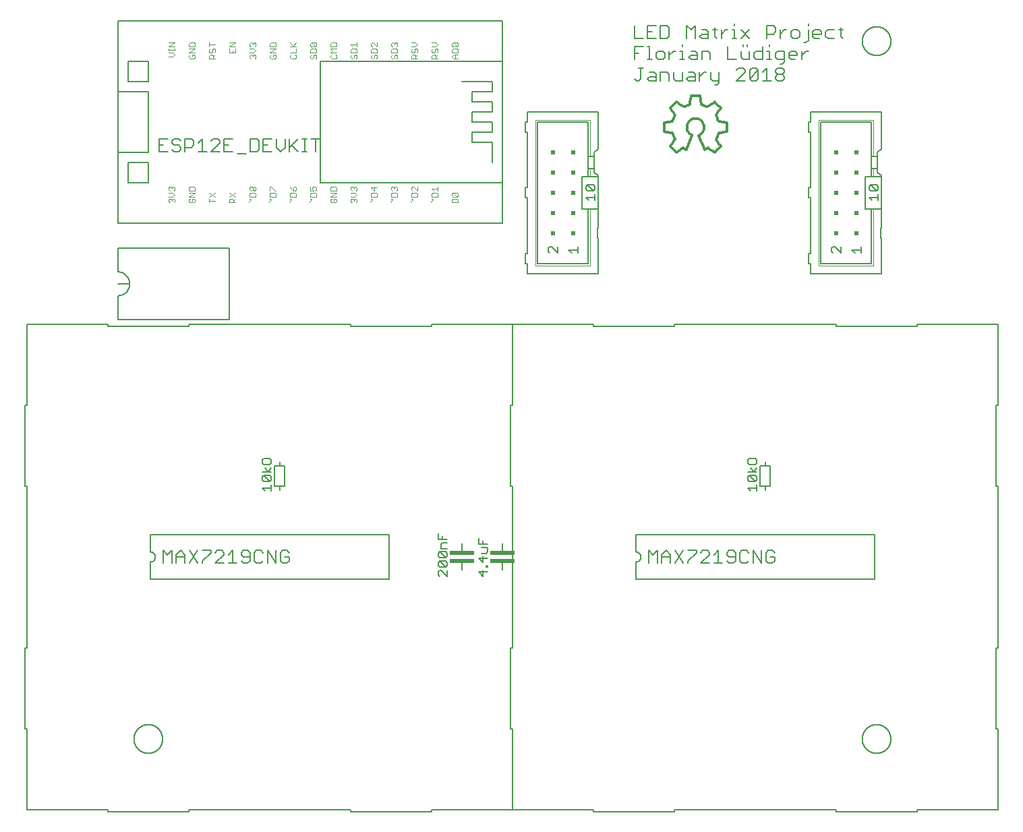
<source format=gto>
G75*
%MOIN*%
%OFA0B0*%
%FSLAX25Y25*%
%IPPOS*%
%LPD*%
%AMOC8*
5,1,8,0,0,1.08239X$1,22.5*
%
%ADD10C,0.00600*%
%ADD11C,0.01200*%
%ADD12C,0.00004*%
%ADD13C,0.00700*%
%ADD14C,0.00500*%
%ADD15C,0.00200*%
%ADD16R,0.02000X0.02000*%
%ADD17C,0.00800*%
%ADD18C,0.00300*%
%ADD19R,0.12000X0.02000*%
D10*
X0055179Y0040000D02*
X0055181Y0040174D01*
X0055188Y0040347D01*
X0055198Y0040520D01*
X0055213Y0040693D01*
X0055232Y0040866D01*
X0055256Y0041038D01*
X0055283Y0041209D01*
X0055315Y0041379D01*
X0055351Y0041549D01*
X0055391Y0041718D01*
X0055435Y0041886D01*
X0055483Y0042053D01*
X0055536Y0042218D01*
X0055592Y0042382D01*
X0055653Y0042545D01*
X0055717Y0042706D01*
X0055786Y0042865D01*
X0055858Y0043023D01*
X0055934Y0043179D01*
X0056014Y0043333D01*
X0056098Y0043485D01*
X0056185Y0043635D01*
X0056276Y0043783D01*
X0056371Y0043928D01*
X0056469Y0044072D01*
X0056571Y0044212D01*
X0056676Y0044350D01*
X0056784Y0044486D01*
X0056896Y0044619D01*
X0057011Y0044749D01*
X0057129Y0044876D01*
X0057250Y0045000D01*
X0057374Y0045121D01*
X0057501Y0045239D01*
X0057631Y0045354D01*
X0057764Y0045466D01*
X0057900Y0045574D01*
X0058038Y0045679D01*
X0058178Y0045781D01*
X0058322Y0045879D01*
X0058467Y0045974D01*
X0058615Y0046065D01*
X0058765Y0046152D01*
X0058917Y0046236D01*
X0059071Y0046316D01*
X0059227Y0046392D01*
X0059385Y0046464D01*
X0059544Y0046533D01*
X0059705Y0046597D01*
X0059868Y0046658D01*
X0060032Y0046714D01*
X0060197Y0046767D01*
X0060364Y0046815D01*
X0060532Y0046859D01*
X0060701Y0046899D01*
X0060871Y0046935D01*
X0061041Y0046967D01*
X0061212Y0046994D01*
X0061384Y0047018D01*
X0061557Y0047037D01*
X0061730Y0047052D01*
X0061903Y0047062D01*
X0062076Y0047069D01*
X0062250Y0047071D01*
X0062424Y0047069D01*
X0062597Y0047062D01*
X0062770Y0047052D01*
X0062943Y0047037D01*
X0063116Y0047018D01*
X0063288Y0046994D01*
X0063459Y0046967D01*
X0063629Y0046935D01*
X0063799Y0046899D01*
X0063968Y0046859D01*
X0064136Y0046815D01*
X0064303Y0046767D01*
X0064468Y0046714D01*
X0064632Y0046658D01*
X0064795Y0046597D01*
X0064956Y0046533D01*
X0065115Y0046464D01*
X0065273Y0046392D01*
X0065429Y0046316D01*
X0065583Y0046236D01*
X0065735Y0046152D01*
X0065885Y0046065D01*
X0066033Y0045974D01*
X0066178Y0045879D01*
X0066322Y0045781D01*
X0066462Y0045679D01*
X0066600Y0045574D01*
X0066736Y0045466D01*
X0066869Y0045354D01*
X0066999Y0045239D01*
X0067126Y0045121D01*
X0067250Y0045000D01*
X0067371Y0044876D01*
X0067489Y0044749D01*
X0067604Y0044619D01*
X0067716Y0044486D01*
X0067824Y0044350D01*
X0067929Y0044212D01*
X0068031Y0044072D01*
X0068129Y0043928D01*
X0068224Y0043783D01*
X0068315Y0043635D01*
X0068402Y0043485D01*
X0068486Y0043333D01*
X0068566Y0043179D01*
X0068642Y0043023D01*
X0068714Y0042865D01*
X0068783Y0042706D01*
X0068847Y0042545D01*
X0068908Y0042382D01*
X0068964Y0042218D01*
X0069017Y0042053D01*
X0069065Y0041886D01*
X0069109Y0041718D01*
X0069149Y0041549D01*
X0069185Y0041379D01*
X0069217Y0041209D01*
X0069244Y0041038D01*
X0069268Y0040866D01*
X0069287Y0040693D01*
X0069302Y0040520D01*
X0069312Y0040347D01*
X0069319Y0040174D01*
X0069321Y0040000D01*
X0069319Y0039826D01*
X0069312Y0039653D01*
X0069302Y0039480D01*
X0069287Y0039307D01*
X0069268Y0039134D01*
X0069244Y0038962D01*
X0069217Y0038791D01*
X0069185Y0038621D01*
X0069149Y0038451D01*
X0069109Y0038282D01*
X0069065Y0038114D01*
X0069017Y0037947D01*
X0068964Y0037782D01*
X0068908Y0037618D01*
X0068847Y0037455D01*
X0068783Y0037294D01*
X0068714Y0037135D01*
X0068642Y0036977D01*
X0068566Y0036821D01*
X0068486Y0036667D01*
X0068402Y0036515D01*
X0068315Y0036365D01*
X0068224Y0036217D01*
X0068129Y0036072D01*
X0068031Y0035928D01*
X0067929Y0035788D01*
X0067824Y0035650D01*
X0067716Y0035514D01*
X0067604Y0035381D01*
X0067489Y0035251D01*
X0067371Y0035124D01*
X0067250Y0035000D01*
X0067126Y0034879D01*
X0066999Y0034761D01*
X0066869Y0034646D01*
X0066736Y0034534D01*
X0066600Y0034426D01*
X0066462Y0034321D01*
X0066322Y0034219D01*
X0066178Y0034121D01*
X0066033Y0034026D01*
X0065885Y0033935D01*
X0065735Y0033848D01*
X0065583Y0033764D01*
X0065429Y0033684D01*
X0065273Y0033608D01*
X0065115Y0033536D01*
X0064956Y0033467D01*
X0064795Y0033403D01*
X0064632Y0033342D01*
X0064468Y0033286D01*
X0064303Y0033233D01*
X0064136Y0033185D01*
X0063968Y0033141D01*
X0063799Y0033101D01*
X0063629Y0033065D01*
X0063459Y0033033D01*
X0063288Y0033006D01*
X0063116Y0032982D01*
X0062943Y0032963D01*
X0062770Y0032948D01*
X0062597Y0032938D01*
X0062424Y0032931D01*
X0062250Y0032929D01*
X0062076Y0032931D01*
X0061903Y0032938D01*
X0061730Y0032948D01*
X0061557Y0032963D01*
X0061384Y0032982D01*
X0061212Y0033006D01*
X0061041Y0033033D01*
X0060871Y0033065D01*
X0060701Y0033101D01*
X0060532Y0033141D01*
X0060364Y0033185D01*
X0060197Y0033233D01*
X0060032Y0033286D01*
X0059868Y0033342D01*
X0059705Y0033403D01*
X0059544Y0033467D01*
X0059385Y0033536D01*
X0059227Y0033608D01*
X0059071Y0033684D01*
X0058917Y0033764D01*
X0058765Y0033848D01*
X0058615Y0033935D01*
X0058467Y0034026D01*
X0058322Y0034121D01*
X0058178Y0034219D01*
X0058038Y0034321D01*
X0057900Y0034426D01*
X0057764Y0034534D01*
X0057631Y0034646D01*
X0057501Y0034761D01*
X0057374Y0034879D01*
X0057250Y0035000D01*
X0057129Y0035124D01*
X0057011Y0035251D01*
X0056896Y0035381D01*
X0056784Y0035514D01*
X0056676Y0035650D01*
X0056571Y0035788D01*
X0056469Y0035928D01*
X0056371Y0036072D01*
X0056276Y0036217D01*
X0056185Y0036365D01*
X0056098Y0036515D01*
X0056014Y0036667D01*
X0055934Y0036821D01*
X0055858Y0036977D01*
X0055786Y0037135D01*
X0055717Y0037294D01*
X0055653Y0037455D01*
X0055592Y0037618D01*
X0055536Y0037782D01*
X0055483Y0037947D01*
X0055435Y0038114D01*
X0055391Y0038282D01*
X0055351Y0038451D01*
X0055315Y0038621D01*
X0055283Y0038791D01*
X0055256Y0038962D01*
X0055232Y0039134D01*
X0055213Y0039307D01*
X0055198Y0039480D01*
X0055188Y0039653D01*
X0055181Y0039826D01*
X0055179Y0040000D01*
X0063250Y0119000D02*
X0181250Y0119000D01*
X0181250Y0141000D01*
X0063250Y0141000D01*
X0063250Y0132500D01*
X0063348Y0132498D01*
X0063446Y0132492D01*
X0063544Y0132483D01*
X0063641Y0132469D01*
X0063738Y0132452D01*
X0063834Y0132431D01*
X0063929Y0132406D01*
X0064023Y0132378D01*
X0064115Y0132345D01*
X0064207Y0132310D01*
X0064297Y0132270D01*
X0064385Y0132228D01*
X0064472Y0132181D01*
X0064556Y0132132D01*
X0064639Y0132079D01*
X0064719Y0132023D01*
X0064798Y0131963D01*
X0064874Y0131901D01*
X0064947Y0131836D01*
X0065018Y0131768D01*
X0065086Y0131697D01*
X0065151Y0131624D01*
X0065213Y0131548D01*
X0065273Y0131469D01*
X0065329Y0131389D01*
X0065382Y0131306D01*
X0065431Y0131222D01*
X0065478Y0131135D01*
X0065520Y0131047D01*
X0065560Y0130957D01*
X0065595Y0130865D01*
X0065628Y0130773D01*
X0065656Y0130679D01*
X0065681Y0130584D01*
X0065702Y0130488D01*
X0065719Y0130391D01*
X0065733Y0130294D01*
X0065742Y0130196D01*
X0065748Y0130098D01*
X0065750Y0130000D01*
X0065748Y0129902D01*
X0065742Y0129804D01*
X0065733Y0129706D01*
X0065719Y0129609D01*
X0065702Y0129512D01*
X0065681Y0129416D01*
X0065656Y0129321D01*
X0065628Y0129227D01*
X0065595Y0129135D01*
X0065560Y0129043D01*
X0065520Y0128953D01*
X0065478Y0128865D01*
X0065431Y0128778D01*
X0065382Y0128694D01*
X0065329Y0128611D01*
X0065273Y0128531D01*
X0065213Y0128452D01*
X0065151Y0128376D01*
X0065086Y0128303D01*
X0065018Y0128232D01*
X0064947Y0128164D01*
X0064874Y0128099D01*
X0064798Y0128037D01*
X0064719Y0127977D01*
X0064639Y0127921D01*
X0064556Y0127868D01*
X0064472Y0127819D01*
X0064385Y0127772D01*
X0064297Y0127730D01*
X0064207Y0127690D01*
X0064115Y0127655D01*
X0064023Y0127622D01*
X0063929Y0127594D01*
X0063834Y0127569D01*
X0063738Y0127548D01*
X0063641Y0127531D01*
X0063544Y0127517D01*
X0063446Y0127508D01*
X0063348Y0127502D01*
X0063250Y0127500D01*
X0063250Y0119000D01*
X0047132Y0247283D02*
X0047132Y0259094D01*
X0047284Y0259096D01*
X0047436Y0259102D01*
X0047588Y0259112D01*
X0047739Y0259125D01*
X0047890Y0259143D01*
X0048041Y0259164D01*
X0048191Y0259190D01*
X0048340Y0259219D01*
X0048489Y0259252D01*
X0048636Y0259289D01*
X0048783Y0259329D01*
X0048928Y0259374D01*
X0049072Y0259422D01*
X0049215Y0259474D01*
X0049357Y0259529D01*
X0049497Y0259588D01*
X0049636Y0259651D01*
X0049773Y0259717D01*
X0049908Y0259787D01*
X0050041Y0259860D01*
X0050172Y0259937D01*
X0050302Y0260017D01*
X0050429Y0260100D01*
X0050554Y0260186D01*
X0050677Y0260276D01*
X0050797Y0260369D01*
X0050915Y0260465D01*
X0051031Y0260564D01*
X0051144Y0260666D01*
X0051254Y0260770D01*
X0051362Y0260878D01*
X0051466Y0260988D01*
X0051568Y0261101D01*
X0051667Y0261217D01*
X0051763Y0261335D01*
X0051856Y0261455D01*
X0051946Y0261578D01*
X0052032Y0261703D01*
X0052115Y0261830D01*
X0052195Y0261960D01*
X0052272Y0262091D01*
X0052345Y0262224D01*
X0052415Y0262359D01*
X0052481Y0262496D01*
X0052544Y0262635D01*
X0052603Y0262775D01*
X0052658Y0262917D01*
X0052710Y0263060D01*
X0052758Y0263204D01*
X0052803Y0263349D01*
X0052843Y0263496D01*
X0052880Y0263643D01*
X0052913Y0263792D01*
X0052942Y0263941D01*
X0052968Y0264091D01*
X0052989Y0264242D01*
X0053007Y0264393D01*
X0053020Y0264544D01*
X0053030Y0264696D01*
X0053036Y0264848D01*
X0053038Y0265000D01*
X0053037Y0265000D02*
X0047132Y0265000D01*
X0053038Y0265000D02*
X0053036Y0265152D01*
X0053030Y0265304D01*
X0053020Y0265456D01*
X0053007Y0265607D01*
X0052989Y0265758D01*
X0052968Y0265909D01*
X0052942Y0266059D01*
X0052913Y0266208D01*
X0052880Y0266357D01*
X0052843Y0266504D01*
X0052803Y0266651D01*
X0052758Y0266796D01*
X0052710Y0266940D01*
X0052658Y0267083D01*
X0052603Y0267225D01*
X0052544Y0267365D01*
X0052481Y0267504D01*
X0052415Y0267641D01*
X0052345Y0267776D01*
X0052272Y0267909D01*
X0052195Y0268040D01*
X0052115Y0268170D01*
X0052032Y0268297D01*
X0051946Y0268422D01*
X0051856Y0268545D01*
X0051763Y0268665D01*
X0051667Y0268783D01*
X0051568Y0268899D01*
X0051466Y0269012D01*
X0051362Y0269122D01*
X0051254Y0269230D01*
X0051144Y0269334D01*
X0051031Y0269436D01*
X0050915Y0269535D01*
X0050797Y0269631D01*
X0050677Y0269724D01*
X0050554Y0269814D01*
X0050429Y0269900D01*
X0050302Y0269983D01*
X0050172Y0270063D01*
X0050041Y0270140D01*
X0049908Y0270213D01*
X0049773Y0270283D01*
X0049636Y0270349D01*
X0049497Y0270412D01*
X0049357Y0270471D01*
X0049215Y0270526D01*
X0049072Y0270578D01*
X0048928Y0270626D01*
X0048783Y0270671D01*
X0048636Y0270711D01*
X0048489Y0270748D01*
X0048340Y0270781D01*
X0048191Y0270810D01*
X0048041Y0270836D01*
X0047890Y0270857D01*
X0047739Y0270875D01*
X0047588Y0270888D01*
X0047436Y0270898D01*
X0047284Y0270904D01*
X0047132Y0270906D01*
X0047132Y0282717D01*
X0102250Y0282717D01*
X0102250Y0247283D01*
X0047132Y0247283D01*
X0067550Y0330300D02*
X0071820Y0330300D01*
X0073995Y0331368D02*
X0075063Y0330300D01*
X0077198Y0330300D01*
X0078266Y0331368D01*
X0078266Y0332435D01*
X0077198Y0333503D01*
X0075063Y0333503D01*
X0073995Y0334570D01*
X0073995Y0335638D01*
X0075063Y0336705D01*
X0077198Y0336705D01*
X0078266Y0335638D01*
X0080441Y0336705D02*
X0083644Y0336705D01*
X0084711Y0335638D01*
X0084711Y0333503D01*
X0083644Y0332435D01*
X0080441Y0332435D01*
X0080441Y0330300D02*
X0080441Y0336705D01*
X0086886Y0334570D02*
X0089022Y0336705D01*
X0089022Y0330300D01*
X0091157Y0330300D02*
X0086886Y0330300D01*
X0093332Y0330300D02*
X0097602Y0334570D01*
X0097602Y0335638D01*
X0096535Y0336705D01*
X0094400Y0336705D01*
X0093332Y0335638D01*
X0093332Y0330300D02*
X0097602Y0330300D01*
X0099777Y0330300D02*
X0104048Y0330300D01*
X0106223Y0329232D02*
X0110493Y0329232D01*
X0112668Y0330300D02*
X0112668Y0336705D01*
X0115871Y0336705D01*
X0116939Y0335638D01*
X0116939Y0331368D01*
X0115871Y0330300D01*
X0112668Y0330300D01*
X0119114Y0330300D02*
X0119114Y0336705D01*
X0123384Y0336705D01*
X0125559Y0336705D02*
X0125559Y0332435D01*
X0127695Y0330300D01*
X0129830Y0332435D01*
X0129830Y0336705D01*
X0132005Y0336705D02*
X0132005Y0330300D01*
X0132005Y0332435D02*
X0136275Y0336705D01*
X0138450Y0336705D02*
X0140586Y0336705D01*
X0139518Y0336705D02*
X0139518Y0330300D01*
X0138450Y0330300D02*
X0140586Y0330300D01*
X0144883Y0330300D02*
X0144883Y0336705D01*
X0147018Y0336705D02*
X0142747Y0336705D01*
X0136275Y0330300D02*
X0133073Y0333503D01*
X0123384Y0330300D02*
X0119114Y0330300D01*
X0119114Y0333503D02*
X0121249Y0333503D01*
X0104048Y0336705D02*
X0099777Y0336705D01*
X0099777Y0330300D01*
X0099777Y0333503D02*
X0101913Y0333503D01*
X0071820Y0336705D02*
X0067550Y0336705D01*
X0067550Y0330300D01*
X0067550Y0333503D02*
X0069685Y0333503D01*
X0248750Y0340000D02*
X0249750Y0340000D01*
X0249750Y0312500D01*
X0248750Y0312500D01*
X0248750Y0307500D01*
X0249750Y0307500D01*
X0249750Y0280000D01*
X0248750Y0280000D01*
X0248750Y0275000D01*
X0249750Y0275000D01*
X0249750Y0270000D01*
X0284750Y0270000D01*
X0284750Y0287500D01*
X0284250Y0287500D01*
X0284250Y0292500D01*
X0284750Y0292500D01*
X0284750Y0302000D01*
X0280750Y0302000D01*
X0279750Y0302000D01*
X0279750Y0275000D01*
X0254750Y0275000D01*
X0254750Y0345000D01*
X0279750Y0345000D01*
X0279750Y0328000D01*
X0279750Y0322000D01*
X0279750Y0318000D01*
X0280750Y0318000D01*
X0284750Y0318000D01*
X0284750Y0302000D01*
X0279750Y0302000D02*
X0276750Y0302000D01*
X0276750Y0318000D01*
X0279750Y0318000D01*
X0282750Y0320000D02*
X0282750Y0322000D01*
X0282750Y0328000D01*
X0280750Y0328000D01*
X0279750Y0328000D01*
X0282750Y0328000D02*
X0282750Y0330000D01*
X0284750Y0331500D01*
X0284750Y0350000D01*
X0249750Y0350000D01*
X0249750Y0345000D01*
X0248750Y0345000D01*
X0248750Y0340000D01*
X0279750Y0322000D02*
X0280750Y0322000D01*
X0282750Y0322000D01*
X0282750Y0320000D02*
X0284750Y0318500D01*
X0284750Y0318000D01*
X0303618Y0365300D02*
X0304685Y0365300D01*
X0305753Y0366368D01*
X0305753Y0371705D01*
X0306820Y0371705D02*
X0304685Y0371705D01*
X0302550Y0375800D02*
X0302550Y0382205D01*
X0306820Y0382205D01*
X0308995Y0382205D02*
X0310063Y0382205D01*
X0310063Y0375800D01*
X0308995Y0375800D02*
X0311131Y0375800D01*
X0313292Y0376868D02*
X0313292Y0379003D01*
X0314360Y0380070D01*
X0316495Y0380070D01*
X0317563Y0379003D01*
X0317563Y0376868D01*
X0316495Y0375800D01*
X0314360Y0375800D01*
X0313292Y0376868D01*
X0319738Y0377935D02*
X0321873Y0380070D01*
X0322941Y0380070D01*
X0325109Y0380070D02*
X0326177Y0380070D01*
X0326177Y0375800D01*
X0327244Y0375800D02*
X0325109Y0375800D01*
X0329406Y0376868D02*
X0330474Y0377935D01*
X0333677Y0377935D01*
X0333677Y0379003D02*
X0333677Y0375800D01*
X0330474Y0375800D01*
X0329406Y0376868D01*
X0330474Y0380070D02*
X0332609Y0380070D01*
X0333677Y0379003D01*
X0335852Y0380070D02*
X0339054Y0380070D01*
X0340122Y0379003D01*
X0340122Y0375800D01*
X0335852Y0375800D02*
X0335852Y0380070D01*
X0335845Y0386300D02*
X0334777Y0387368D01*
X0335845Y0388435D01*
X0339048Y0388435D01*
X0339048Y0389503D02*
X0339048Y0386300D01*
X0335845Y0386300D01*
X0332602Y0386300D02*
X0332602Y0392705D01*
X0330467Y0390570D01*
X0328332Y0392705D01*
X0328332Y0386300D01*
X0326177Y0383273D02*
X0326177Y0382205D01*
X0319738Y0380070D02*
X0319738Y0375800D01*
X0318644Y0369570D02*
X0315441Y0369570D01*
X0315441Y0365300D01*
X0313266Y0365300D02*
X0310063Y0365300D01*
X0308995Y0366368D01*
X0310063Y0367435D01*
X0313266Y0367435D01*
X0313266Y0368503D02*
X0313266Y0365300D01*
X0313266Y0368503D02*
X0312198Y0369570D01*
X0310063Y0369570D01*
X0303618Y0365300D02*
X0302550Y0366368D01*
X0302550Y0379003D02*
X0304685Y0379003D01*
X0302550Y0386300D02*
X0306820Y0386300D01*
X0308995Y0386300D02*
X0308995Y0392705D01*
X0313266Y0392705D01*
X0315441Y0392705D02*
X0318644Y0392705D01*
X0319711Y0391638D01*
X0319711Y0387368D01*
X0318644Y0386300D01*
X0315441Y0386300D01*
X0315441Y0392705D01*
X0311131Y0389503D02*
X0308995Y0389503D01*
X0308995Y0386300D02*
X0313266Y0386300D01*
X0302550Y0386300D02*
X0302550Y0392705D01*
X0318644Y0369570D02*
X0319711Y0368503D01*
X0319711Y0365300D01*
X0321886Y0366368D02*
X0321886Y0369570D01*
X0321886Y0366368D02*
X0322954Y0365300D01*
X0326157Y0365300D01*
X0326157Y0369570D01*
X0329400Y0369570D02*
X0331535Y0369570D01*
X0332602Y0368503D01*
X0332602Y0365300D01*
X0329400Y0365300D01*
X0328332Y0366368D01*
X0329400Y0367435D01*
X0332602Y0367435D01*
X0334777Y0367435D02*
X0336913Y0369570D01*
X0337980Y0369570D01*
X0340149Y0369570D02*
X0340149Y0366368D01*
X0341216Y0365300D01*
X0344419Y0365300D01*
X0344419Y0364232D02*
X0343351Y0363165D01*
X0342284Y0363165D01*
X0344419Y0364232D02*
X0344419Y0369570D01*
X0348743Y0375800D02*
X0353013Y0375800D01*
X0355188Y0376868D02*
X0356256Y0375800D01*
X0359459Y0375800D01*
X0359459Y0380070D01*
X0358391Y0382205D02*
X0358391Y0383273D01*
X0356256Y0383273D02*
X0356256Y0382205D01*
X0355188Y0380070D02*
X0355188Y0376868D01*
X0356242Y0371705D02*
X0354107Y0371705D01*
X0353040Y0370638D01*
X0356242Y0371705D02*
X0357310Y0370638D01*
X0357310Y0369570D01*
X0353040Y0365300D01*
X0357310Y0365300D01*
X0359485Y0366368D02*
X0363756Y0370638D01*
X0363756Y0366368D01*
X0362688Y0365300D01*
X0360553Y0365300D01*
X0359485Y0366368D01*
X0359485Y0370638D01*
X0360553Y0371705D01*
X0362688Y0371705D01*
X0363756Y0370638D01*
X0365931Y0369570D02*
X0368066Y0371705D01*
X0368066Y0365300D01*
X0365931Y0365300D02*
X0370201Y0365300D01*
X0372376Y0366368D02*
X0372376Y0367435D01*
X0373444Y0368503D01*
X0375579Y0368503D01*
X0376647Y0367435D01*
X0376647Y0366368D01*
X0375579Y0365300D01*
X0373444Y0365300D01*
X0372376Y0366368D01*
X0373444Y0368503D02*
X0372376Y0369570D01*
X0372376Y0370638D01*
X0373444Y0371705D01*
X0375579Y0371705D01*
X0376647Y0370638D01*
X0376647Y0369570D01*
X0375579Y0368503D01*
X0375579Y0373665D02*
X0374511Y0373665D01*
X0375579Y0373665D02*
X0376647Y0374732D01*
X0376647Y0380070D01*
X0373444Y0380070D01*
X0372376Y0379003D01*
X0372376Y0376868D01*
X0373444Y0375800D01*
X0376647Y0375800D01*
X0378822Y0376868D02*
X0378822Y0379003D01*
X0379889Y0380070D01*
X0382024Y0380070D01*
X0383092Y0379003D01*
X0383092Y0377935D01*
X0378822Y0377935D01*
X0378822Y0376868D02*
X0379889Y0375800D01*
X0382024Y0375800D01*
X0385267Y0375800D02*
X0385267Y0380070D01*
X0385267Y0377935D02*
X0387402Y0380070D01*
X0388470Y0380070D01*
X0387409Y0384165D02*
X0388477Y0385232D01*
X0388477Y0390570D01*
X0388477Y0392705D02*
X0388477Y0393773D01*
X0391706Y0390570D02*
X0393841Y0390570D01*
X0394909Y0389503D01*
X0394909Y0388435D01*
X0390638Y0388435D01*
X0390638Y0387368D02*
X0390638Y0389503D01*
X0391706Y0390570D01*
X0390638Y0387368D02*
X0391706Y0386300D01*
X0393841Y0386300D01*
X0397084Y0387368D02*
X0397084Y0389503D01*
X0398152Y0390570D01*
X0401354Y0390570D01*
X0403529Y0390570D02*
X0405665Y0390570D01*
X0404597Y0391638D02*
X0404597Y0387368D01*
X0405665Y0386300D01*
X0401354Y0386300D02*
X0398152Y0386300D01*
X0397084Y0387368D01*
X0387409Y0384165D02*
X0386341Y0384165D01*
X0384166Y0387368D02*
X0384166Y0389503D01*
X0383099Y0390570D01*
X0380964Y0390570D01*
X0379896Y0389503D01*
X0379896Y0387368D01*
X0380964Y0386300D01*
X0383099Y0386300D01*
X0384166Y0387368D01*
X0377727Y0390570D02*
X0376660Y0390570D01*
X0374525Y0388435D01*
X0374525Y0386300D02*
X0374525Y0390570D01*
X0372350Y0389503D02*
X0371282Y0388435D01*
X0368079Y0388435D01*
X0368079Y0386300D02*
X0368079Y0392705D01*
X0371282Y0392705D01*
X0372350Y0391638D01*
X0372350Y0389503D01*
X0369147Y0383273D02*
X0369147Y0382205D01*
X0369147Y0380070D02*
X0369147Y0375800D01*
X0370214Y0375800D02*
X0368079Y0375800D01*
X0365904Y0375800D02*
X0362701Y0375800D01*
X0361634Y0376868D01*
X0361634Y0379003D01*
X0362701Y0380070D01*
X0365904Y0380070D01*
X0365904Y0382205D02*
X0365904Y0375800D01*
X0368079Y0380070D02*
X0369147Y0380070D01*
X0359459Y0386300D02*
X0355188Y0390570D01*
X0351959Y0390570D02*
X0351959Y0386300D01*
X0353026Y0386300D02*
X0350891Y0386300D01*
X0350891Y0390570D02*
X0351959Y0390570D01*
X0351959Y0392705D02*
X0351959Y0393773D01*
X0348723Y0390570D02*
X0347655Y0390570D01*
X0345520Y0388435D01*
X0345520Y0386300D02*
X0345520Y0390570D01*
X0343358Y0390570D02*
X0341223Y0390570D01*
X0342291Y0391638D02*
X0342291Y0387368D01*
X0343358Y0386300D01*
X0339048Y0389503D02*
X0337980Y0390570D01*
X0335845Y0390570D01*
X0348743Y0382205D02*
X0348743Y0375800D01*
X0355188Y0386300D02*
X0359459Y0390570D01*
X0334777Y0369570D02*
X0334777Y0365300D01*
X0389750Y0350000D02*
X0389750Y0345000D01*
X0388750Y0345000D01*
X0388750Y0340000D01*
X0389750Y0340000D01*
X0389750Y0312500D01*
X0388750Y0312500D01*
X0388750Y0307500D01*
X0389750Y0307500D01*
X0389750Y0280000D01*
X0388750Y0280000D01*
X0388750Y0275000D01*
X0389750Y0275000D01*
X0389750Y0270000D01*
X0424750Y0270000D01*
X0424750Y0287500D01*
X0424250Y0287500D01*
X0424250Y0292500D01*
X0424750Y0292500D01*
X0424750Y0302000D01*
X0420750Y0302000D01*
X0419750Y0302000D01*
X0419750Y0275000D01*
X0394750Y0275000D01*
X0394750Y0345000D01*
X0419750Y0345000D01*
X0419750Y0328000D01*
X0419750Y0322000D01*
X0419750Y0318000D01*
X0420750Y0318000D01*
X0424750Y0318000D01*
X0424750Y0302000D01*
X0419750Y0302000D02*
X0416750Y0302000D01*
X0416750Y0318000D01*
X0419750Y0318000D01*
X0422750Y0320000D02*
X0422750Y0322000D01*
X0422750Y0328000D01*
X0420750Y0328000D01*
X0419750Y0328000D01*
X0422750Y0328000D02*
X0422750Y0330000D01*
X0424750Y0331500D01*
X0424750Y0350000D01*
X0389750Y0350000D01*
X0419750Y0322000D02*
X0420750Y0322000D01*
X0422750Y0322000D01*
X0422750Y0320000D02*
X0424750Y0318500D01*
X0424750Y0318000D01*
X0415179Y0385000D02*
X0415181Y0385174D01*
X0415188Y0385347D01*
X0415198Y0385520D01*
X0415213Y0385693D01*
X0415232Y0385866D01*
X0415256Y0386038D01*
X0415283Y0386209D01*
X0415315Y0386379D01*
X0415351Y0386549D01*
X0415391Y0386718D01*
X0415435Y0386886D01*
X0415483Y0387053D01*
X0415536Y0387218D01*
X0415592Y0387382D01*
X0415653Y0387545D01*
X0415717Y0387706D01*
X0415786Y0387865D01*
X0415858Y0388023D01*
X0415934Y0388179D01*
X0416014Y0388333D01*
X0416098Y0388485D01*
X0416185Y0388635D01*
X0416276Y0388783D01*
X0416371Y0388928D01*
X0416469Y0389072D01*
X0416571Y0389212D01*
X0416676Y0389350D01*
X0416784Y0389486D01*
X0416896Y0389619D01*
X0417011Y0389749D01*
X0417129Y0389876D01*
X0417250Y0390000D01*
X0417374Y0390121D01*
X0417501Y0390239D01*
X0417631Y0390354D01*
X0417764Y0390466D01*
X0417900Y0390574D01*
X0418038Y0390679D01*
X0418178Y0390781D01*
X0418322Y0390879D01*
X0418467Y0390974D01*
X0418615Y0391065D01*
X0418765Y0391152D01*
X0418917Y0391236D01*
X0419071Y0391316D01*
X0419227Y0391392D01*
X0419385Y0391464D01*
X0419544Y0391533D01*
X0419705Y0391597D01*
X0419868Y0391658D01*
X0420032Y0391714D01*
X0420197Y0391767D01*
X0420364Y0391815D01*
X0420532Y0391859D01*
X0420701Y0391899D01*
X0420871Y0391935D01*
X0421041Y0391967D01*
X0421212Y0391994D01*
X0421384Y0392018D01*
X0421557Y0392037D01*
X0421730Y0392052D01*
X0421903Y0392062D01*
X0422076Y0392069D01*
X0422250Y0392071D01*
X0422424Y0392069D01*
X0422597Y0392062D01*
X0422770Y0392052D01*
X0422943Y0392037D01*
X0423116Y0392018D01*
X0423288Y0391994D01*
X0423459Y0391967D01*
X0423629Y0391935D01*
X0423799Y0391899D01*
X0423968Y0391859D01*
X0424136Y0391815D01*
X0424303Y0391767D01*
X0424468Y0391714D01*
X0424632Y0391658D01*
X0424795Y0391597D01*
X0424956Y0391533D01*
X0425115Y0391464D01*
X0425273Y0391392D01*
X0425429Y0391316D01*
X0425583Y0391236D01*
X0425735Y0391152D01*
X0425885Y0391065D01*
X0426033Y0390974D01*
X0426178Y0390879D01*
X0426322Y0390781D01*
X0426462Y0390679D01*
X0426600Y0390574D01*
X0426736Y0390466D01*
X0426869Y0390354D01*
X0426999Y0390239D01*
X0427126Y0390121D01*
X0427250Y0390000D01*
X0427371Y0389876D01*
X0427489Y0389749D01*
X0427604Y0389619D01*
X0427716Y0389486D01*
X0427824Y0389350D01*
X0427929Y0389212D01*
X0428031Y0389072D01*
X0428129Y0388928D01*
X0428224Y0388783D01*
X0428315Y0388635D01*
X0428402Y0388485D01*
X0428486Y0388333D01*
X0428566Y0388179D01*
X0428642Y0388023D01*
X0428714Y0387865D01*
X0428783Y0387706D01*
X0428847Y0387545D01*
X0428908Y0387382D01*
X0428964Y0387218D01*
X0429017Y0387053D01*
X0429065Y0386886D01*
X0429109Y0386718D01*
X0429149Y0386549D01*
X0429185Y0386379D01*
X0429217Y0386209D01*
X0429244Y0386038D01*
X0429268Y0385866D01*
X0429287Y0385693D01*
X0429302Y0385520D01*
X0429312Y0385347D01*
X0429319Y0385174D01*
X0429321Y0385000D01*
X0429319Y0384826D01*
X0429312Y0384653D01*
X0429302Y0384480D01*
X0429287Y0384307D01*
X0429268Y0384134D01*
X0429244Y0383962D01*
X0429217Y0383791D01*
X0429185Y0383621D01*
X0429149Y0383451D01*
X0429109Y0383282D01*
X0429065Y0383114D01*
X0429017Y0382947D01*
X0428964Y0382782D01*
X0428908Y0382618D01*
X0428847Y0382455D01*
X0428783Y0382294D01*
X0428714Y0382135D01*
X0428642Y0381977D01*
X0428566Y0381821D01*
X0428486Y0381667D01*
X0428402Y0381515D01*
X0428315Y0381365D01*
X0428224Y0381217D01*
X0428129Y0381072D01*
X0428031Y0380928D01*
X0427929Y0380788D01*
X0427824Y0380650D01*
X0427716Y0380514D01*
X0427604Y0380381D01*
X0427489Y0380251D01*
X0427371Y0380124D01*
X0427250Y0380000D01*
X0427126Y0379879D01*
X0426999Y0379761D01*
X0426869Y0379646D01*
X0426736Y0379534D01*
X0426600Y0379426D01*
X0426462Y0379321D01*
X0426322Y0379219D01*
X0426178Y0379121D01*
X0426033Y0379026D01*
X0425885Y0378935D01*
X0425735Y0378848D01*
X0425583Y0378764D01*
X0425429Y0378684D01*
X0425273Y0378608D01*
X0425115Y0378536D01*
X0424956Y0378467D01*
X0424795Y0378403D01*
X0424632Y0378342D01*
X0424468Y0378286D01*
X0424303Y0378233D01*
X0424136Y0378185D01*
X0423968Y0378141D01*
X0423799Y0378101D01*
X0423629Y0378065D01*
X0423459Y0378033D01*
X0423288Y0378006D01*
X0423116Y0377982D01*
X0422943Y0377963D01*
X0422770Y0377948D01*
X0422597Y0377938D01*
X0422424Y0377931D01*
X0422250Y0377929D01*
X0422076Y0377931D01*
X0421903Y0377938D01*
X0421730Y0377948D01*
X0421557Y0377963D01*
X0421384Y0377982D01*
X0421212Y0378006D01*
X0421041Y0378033D01*
X0420871Y0378065D01*
X0420701Y0378101D01*
X0420532Y0378141D01*
X0420364Y0378185D01*
X0420197Y0378233D01*
X0420032Y0378286D01*
X0419868Y0378342D01*
X0419705Y0378403D01*
X0419544Y0378467D01*
X0419385Y0378536D01*
X0419227Y0378608D01*
X0419071Y0378684D01*
X0418917Y0378764D01*
X0418765Y0378848D01*
X0418615Y0378935D01*
X0418467Y0379026D01*
X0418322Y0379121D01*
X0418178Y0379219D01*
X0418038Y0379321D01*
X0417900Y0379426D01*
X0417764Y0379534D01*
X0417631Y0379646D01*
X0417501Y0379761D01*
X0417374Y0379879D01*
X0417250Y0380000D01*
X0417129Y0380124D01*
X0417011Y0380251D01*
X0416896Y0380381D01*
X0416784Y0380514D01*
X0416676Y0380650D01*
X0416571Y0380788D01*
X0416469Y0380928D01*
X0416371Y0381072D01*
X0416276Y0381217D01*
X0416185Y0381365D01*
X0416098Y0381515D01*
X0416014Y0381667D01*
X0415934Y0381821D01*
X0415858Y0381977D01*
X0415786Y0382135D01*
X0415717Y0382294D01*
X0415653Y0382455D01*
X0415592Y0382618D01*
X0415536Y0382782D01*
X0415483Y0382947D01*
X0415435Y0383114D01*
X0415391Y0383282D01*
X0415351Y0383451D01*
X0415315Y0383621D01*
X0415283Y0383791D01*
X0415256Y0383962D01*
X0415232Y0384134D01*
X0415213Y0384307D01*
X0415198Y0384480D01*
X0415188Y0384653D01*
X0415181Y0384826D01*
X0415179Y0385000D01*
X0421250Y0141000D02*
X0303250Y0141000D01*
X0303250Y0132500D01*
X0303348Y0132498D01*
X0303446Y0132492D01*
X0303544Y0132483D01*
X0303641Y0132469D01*
X0303738Y0132452D01*
X0303834Y0132431D01*
X0303929Y0132406D01*
X0304023Y0132378D01*
X0304115Y0132345D01*
X0304207Y0132310D01*
X0304297Y0132270D01*
X0304385Y0132228D01*
X0304472Y0132181D01*
X0304556Y0132132D01*
X0304639Y0132079D01*
X0304719Y0132023D01*
X0304798Y0131963D01*
X0304874Y0131901D01*
X0304947Y0131836D01*
X0305018Y0131768D01*
X0305086Y0131697D01*
X0305151Y0131624D01*
X0305213Y0131548D01*
X0305273Y0131469D01*
X0305329Y0131389D01*
X0305382Y0131306D01*
X0305431Y0131222D01*
X0305478Y0131135D01*
X0305520Y0131047D01*
X0305560Y0130957D01*
X0305595Y0130865D01*
X0305628Y0130773D01*
X0305656Y0130679D01*
X0305681Y0130584D01*
X0305702Y0130488D01*
X0305719Y0130391D01*
X0305733Y0130294D01*
X0305742Y0130196D01*
X0305748Y0130098D01*
X0305750Y0130000D01*
X0305748Y0129902D01*
X0305742Y0129804D01*
X0305733Y0129706D01*
X0305719Y0129609D01*
X0305702Y0129512D01*
X0305681Y0129416D01*
X0305656Y0129321D01*
X0305628Y0129227D01*
X0305595Y0129135D01*
X0305560Y0129043D01*
X0305520Y0128953D01*
X0305478Y0128865D01*
X0305431Y0128778D01*
X0305382Y0128694D01*
X0305329Y0128611D01*
X0305273Y0128531D01*
X0305213Y0128452D01*
X0305151Y0128376D01*
X0305086Y0128303D01*
X0305018Y0128232D01*
X0304947Y0128164D01*
X0304874Y0128099D01*
X0304798Y0128037D01*
X0304719Y0127977D01*
X0304639Y0127921D01*
X0304556Y0127868D01*
X0304472Y0127819D01*
X0304385Y0127772D01*
X0304297Y0127730D01*
X0304207Y0127690D01*
X0304115Y0127655D01*
X0304023Y0127622D01*
X0303929Y0127594D01*
X0303834Y0127569D01*
X0303738Y0127548D01*
X0303641Y0127531D01*
X0303544Y0127517D01*
X0303446Y0127508D01*
X0303348Y0127502D01*
X0303250Y0127500D01*
X0303250Y0119000D01*
X0421250Y0119000D01*
X0421250Y0141000D01*
X0415179Y0040000D02*
X0415181Y0040174D01*
X0415188Y0040347D01*
X0415198Y0040520D01*
X0415213Y0040693D01*
X0415232Y0040866D01*
X0415256Y0041038D01*
X0415283Y0041209D01*
X0415315Y0041379D01*
X0415351Y0041549D01*
X0415391Y0041718D01*
X0415435Y0041886D01*
X0415483Y0042053D01*
X0415536Y0042218D01*
X0415592Y0042382D01*
X0415653Y0042545D01*
X0415717Y0042706D01*
X0415786Y0042865D01*
X0415858Y0043023D01*
X0415934Y0043179D01*
X0416014Y0043333D01*
X0416098Y0043485D01*
X0416185Y0043635D01*
X0416276Y0043783D01*
X0416371Y0043928D01*
X0416469Y0044072D01*
X0416571Y0044212D01*
X0416676Y0044350D01*
X0416784Y0044486D01*
X0416896Y0044619D01*
X0417011Y0044749D01*
X0417129Y0044876D01*
X0417250Y0045000D01*
X0417374Y0045121D01*
X0417501Y0045239D01*
X0417631Y0045354D01*
X0417764Y0045466D01*
X0417900Y0045574D01*
X0418038Y0045679D01*
X0418178Y0045781D01*
X0418322Y0045879D01*
X0418467Y0045974D01*
X0418615Y0046065D01*
X0418765Y0046152D01*
X0418917Y0046236D01*
X0419071Y0046316D01*
X0419227Y0046392D01*
X0419385Y0046464D01*
X0419544Y0046533D01*
X0419705Y0046597D01*
X0419868Y0046658D01*
X0420032Y0046714D01*
X0420197Y0046767D01*
X0420364Y0046815D01*
X0420532Y0046859D01*
X0420701Y0046899D01*
X0420871Y0046935D01*
X0421041Y0046967D01*
X0421212Y0046994D01*
X0421384Y0047018D01*
X0421557Y0047037D01*
X0421730Y0047052D01*
X0421903Y0047062D01*
X0422076Y0047069D01*
X0422250Y0047071D01*
X0422424Y0047069D01*
X0422597Y0047062D01*
X0422770Y0047052D01*
X0422943Y0047037D01*
X0423116Y0047018D01*
X0423288Y0046994D01*
X0423459Y0046967D01*
X0423629Y0046935D01*
X0423799Y0046899D01*
X0423968Y0046859D01*
X0424136Y0046815D01*
X0424303Y0046767D01*
X0424468Y0046714D01*
X0424632Y0046658D01*
X0424795Y0046597D01*
X0424956Y0046533D01*
X0425115Y0046464D01*
X0425273Y0046392D01*
X0425429Y0046316D01*
X0425583Y0046236D01*
X0425735Y0046152D01*
X0425885Y0046065D01*
X0426033Y0045974D01*
X0426178Y0045879D01*
X0426322Y0045781D01*
X0426462Y0045679D01*
X0426600Y0045574D01*
X0426736Y0045466D01*
X0426869Y0045354D01*
X0426999Y0045239D01*
X0427126Y0045121D01*
X0427250Y0045000D01*
X0427371Y0044876D01*
X0427489Y0044749D01*
X0427604Y0044619D01*
X0427716Y0044486D01*
X0427824Y0044350D01*
X0427929Y0044212D01*
X0428031Y0044072D01*
X0428129Y0043928D01*
X0428224Y0043783D01*
X0428315Y0043635D01*
X0428402Y0043485D01*
X0428486Y0043333D01*
X0428566Y0043179D01*
X0428642Y0043023D01*
X0428714Y0042865D01*
X0428783Y0042706D01*
X0428847Y0042545D01*
X0428908Y0042382D01*
X0428964Y0042218D01*
X0429017Y0042053D01*
X0429065Y0041886D01*
X0429109Y0041718D01*
X0429149Y0041549D01*
X0429185Y0041379D01*
X0429217Y0041209D01*
X0429244Y0041038D01*
X0429268Y0040866D01*
X0429287Y0040693D01*
X0429302Y0040520D01*
X0429312Y0040347D01*
X0429319Y0040174D01*
X0429321Y0040000D01*
X0429319Y0039826D01*
X0429312Y0039653D01*
X0429302Y0039480D01*
X0429287Y0039307D01*
X0429268Y0039134D01*
X0429244Y0038962D01*
X0429217Y0038791D01*
X0429185Y0038621D01*
X0429149Y0038451D01*
X0429109Y0038282D01*
X0429065Y0038114D01*
X0429017Y0037947D01*
X0428964Y0037782D01*
X0428908Y0037618D01*
X0428847Y0037455D01*
X0428783Y0037294D01*
X0428714Y0037135D01*
X0428642Y0036977D01*
X0428566Y0036821D01*
X0428486Y0036667D01*
X0428402Y0036515D01*
X0428315Y0036365D01*
X0428224Y0036217D01*
X0428129Y0036072D01*
X0428031Y0035928D01*
X0427929Y0035788D01*
X0427824Y0035650D01*
X0427716Y0035514D01*
X0427604Y0035381D01*
X0427489Y0035251D01*
X0427371Y0035124D01*
X0427250Y0035000D01*
X0427126Y0034879D01*
X0426999Y0034761D01*
X0426869Y0034646D01*
X0426736Y0034534D01*
X0426600Y0034426D01*
X0426462Y0034321D01*
X0426322Y0034219D01*
X0426178Y0034121D01*
X0426033Y0034026D01*
X0425885Y0033935D01*
X0425735Y0033848D01*
X0425583Y0033764D01*
X0425429Y0033684D01*
X0425273Y0033608D01*
X0425115Y0033536D01*
X0424956Y0033467D01*
X0424795Y0033403D01*
X0424632Y0033342D01*
X0424468Y0033286D01*
X0424303Y0033233D01*
X0424136Y0033185D01*
X0423968Y0033141D01*
X0423799Y0033101D01*
X0423629Y0033065D01*
X0423459Y0033033D01*
X0423288Y0033006D01*
X0423116Y0032982D01*
X0422943Y0032963D01*
X0422770Y0032948D01*
X0422597Y0032938D01*
X0422424Y0032931D01*
X0422250Y0032929D01*
X0422076Y0032931D01*
X0421903Y0032938D01*
X0421730Y0032948D01*
X0421557Y0032963D01*
X0421384Y0032982D01*
X0421212Y0033006D01*
X0421041Y0033033D01*
X0420871Y0033065D01*
X0420701Y0033101D01*
X0420532Y0033141D01*
X0420364Y0033185D01*
X0420197Y0033233D01*
X0420032Y0033286D01*
X0419868Y0033342D01*
X0419705Y0033403D01*
X0419544Y0033467D01*
X0419385Y0033536D01*
X0419227Y0033608D01*
X0419071Y0033684D01*
X0418917Y0033764D01*
X0418765Y0033848D01*
X0418615Y0033935D01*
X0418467Y0034026D01*
X0418322Y0034121D01*
X0418178Y0034219D01*
X0418038Y0034321D01*
X0417900Y0034426D01*
X0417764Y0034534D01*
X0417631Y0034646D01*
X0417501Y0034761D01*
X0417374Y0034879D01*
X0417250Y0035000D01*
X0417129Y0035124D01*
X0417011Y0035251D01*
X0416896Y0035381D01*
X0416784Y0035514D01*
X0416676Y0035650D01*
X0416571Y0035788D01*
X0416469Y0035928D01*
X0416371Y0036072D01*
X0416276Y0036217D01*
X0416185Y0036365D01*
X0416098Y0036515D01*
X0416014Y0036667D01*
X0415934Y0036821D01*
X0415858Y0036977D01*
X0415786Y0037135D01*
X0415717Y0037294D01*
X0415653Y0037455D01*
X0415592Y0037618D01*
X0415536Y0037782D01*
X0415483Y0037947D01*
X0415435Y0038114D01*
X0415391Y0038282D01*
X0415351Y0038451D01*
X0415315Y0038621D01*
X0415283Y0038791D01*
X0415256Y0038962D01*
X0415232Y0039134D01*
X0415213Y0039307D01*
X0415198Y0039480D01*
X0415188Y0039653D01*
X0415181Y0039826D01*
X0415179Y0040000D01*
D11*
X0342167Y0330000D02*
X0342797Y0330562D01*
X0343402Y0331155D01*
X0344000Y0331754D01*
X0344590Y0332361D01*
X0345150Y0332994D01*
X0344810Y0333561D01*
X0344445Y0334113D01*
X0344074Y0334660D01*
X0343704Y0335203D01*
X0343335Y0335746D01*
X0342977Y0336296D01*
X0343253Y0337104D01*
X0343567Y0337900D01*
X0343892Y0338692D01*
X0344251Y0339467D01*
X0344898Y0339633D01*
X0345554Y0339765D01*
X0346211Y0339890D01*
X0346863Y0340012D01*
X0347515Y0340142D01*
X0348159Y0340298D01*
X0348226Y0340994D01*
X0348232Y0341698D01*
X0348233Y0342404D01*
X0348230Y0343107D01*
X0348221Y0343811D01*
X0348191Y0344514D01*
X0347536Y0344681D01*
X0346871Y0344816D01*
X0346205Y0344943D01*
X0345524Y0345071D01*
X0344844Y0345206D01*
X0344168Y0345355D01*
X0343793Y0346094D01*
X0343462Y0346855D01*
X0343139Y0347624D01*
X0342893Y0348412D01*
X0343271Y0348988D01*
X0343658Y0349557D01*
X0344048Y0350126D01*
X0344427Y0350684D01*
X0344801Y0351247D01*
X0345150Y0351824D01*
X0344591Y0352459D01*
X0343999Y0353067D01*
X0343399Y0353667D01*
X0342792Y0354258D01*
X0342156Y0354817D01*
X0341555Y0354451D01*
X0340968Y0354060D01*
X0340385Y0353663D01*
X0339808Y0353267D01*
X0339229Y0352873D01*
X0338645Y0352487D01*
X0337904Y0352753D01*
X0337172Y0353045D01*
X0336443Y0353345D01*
X0335725Y0353668D01*
X0335567Y0354363D01*
X0335429Y0355062D01*
X0335296Y0355763D01*
X0335163Y0356466D01*
X0335022Y0357167D01*
X0334847Y0357858D01*
X0334144Y0357888D01*
X0333440Y0357897D01*
X0332736Y0357900D01*
X0332031Y0357899D01*
X0331326Y0357893D01*
X0330631Y0357827D01*
X0330470Y0357159D01*
X0330335Y0356486D01*
X0330207Y0355810D01*
X0330080Y0355129D01*
X0329950Y0354447D01*
X0329815Y0353767D01*
X0329042Y0353338D01*
X0328206Y0352994D01*
X0327510Y0352715D01*
X0326796Y0352529D01*
X0326212Y0352915D01*
X0325633Y0353308D01*
X0325056Y0353705D01*
X0324487Y0354088D01*
X0323914Y0354465D01*
X0323326Y0354817D01*
X0322790Y0354354D01*
X0322279Y0353860D01*
X0321775Y0353360D01*
X0321275Y0352856D01*
X0320781Y0352347D01*
X0320343Y0351798D01*
X0320718Y0351207D01*
X0321108Y0350625D01*
X0321503Y0350047D01*
X0321890Y0349479D01*
X0322271Y0348907D01*
X0322631Y0348323D01*
X0322341Y0347577D01*
X0322028Y0346840D01*
X0321708Y0346106D01*
X0321367Y0345382D01*
X0320714Y0345222D01*
X0320054Y0345089D01*
X0319392Y0344964D01*
X0318713Y0344836D01*
X0318036Y0344701D01*
X0317365Y0344540D01*
X0317250Y0344473D02*
X0317250Y0342414D01*
X0317251Y0341706D01*
X0317258Y0340998D01*
X0317323Y0340298D01*
X0318279Y0340084D01*
X0319241Y0339901D01*
X0319895Y0339778D01*
X0320549Y0339651D01*
X0321200Y0339514D01*
X0321593Y0338749D01*
X0321921Y0337947D01*
X0322234Y0337151D01*
X0322527Y0336348D01*
X0322114Y0335682D01*
X0321675Y0335031D01*
X0321213Y0334358D01*
X0320751Y0333684D01*
X0320333Y0332989D01*
X0320890Y0332368D01*
X0321473Y0331768D01*
X0322061Y0331174D01*
X0322655Y0330587D01*
X0323269Y0330021D01*
X0323874Y0330321D01*
X0324448Y0330711D01*
X0325019Y0331102D01*
X0325792Y0331628D01*
X0326581Y0332126D01*
X0327386Y0331782D01*
X0328170Y0331411D01*
X0328326Y0331515D02*
X0328685Y0332358D01*
X0329039Y0333203D01*
X0329391Y0334049D01*
X0329742Y0334896D01*
X0330088Y0335737D01*
X0330430Y0336581D01*
X0330767Y0337426D01*
X0331075Y0338281D01*
X0330876Y0338485D02*
X0330250Y0338923D01*
X0329669Y0339420D01*
X0329156Y0340058D01*
X0328776Y0340782D01*
X0328548Y0341568D01*
X0328473Y0342383D01*
X0328514Y0343041D01*
X0328666Y0343682D01*
X0328922Y0344290D01*
X0329395Y0345041D01*
X0330012Y0345679D01*
X0330747Y0346176D01*
X0331566Y0346521D01*
X0332148Y0346629D01*
X0332741Y0346641D01*
X0333335Y0346629D01*
X0333917Y0346521D01*
X0334631Y0346234D01*
X0335287Y0345831D01*
X0335860Y0345319D01*
X0336386Y0344638D01*
X0336766Y0343867D01*
X0336984Y0343035D01*
X0337029Y0342176D01*
X0336897Y0341327D01*
X0336592Y0340523D01*
X0336161Y0339810D01*
X0335591Y0339203D01*
X0334930Y0338694D01*
X0334418Y0338281D01*
X0334739Y0337407D01*
X0335083Y0336542D01*
X0335434Y0335679D01*
X0335787Y0334817D01*
X0336145Y0333956D01*
X0336505Y0333096D01*
X0336871Y0332238D01*
X0337303Y0331421D01*
X0338097Y0331771D01*
X0338875Y0332142D01*
X0339435Y0331802D01*
X0339983Y0331439D01*
X0340526Y0331071D01*
X0341337Y0330521D01*
X0342167Y0330000D01*
D12*
X0331075Y0338281D02*
X0330876Y0338485D01*
X0328326Y0331515D02*
X0328170Y0331411D01*
X0317365Y0344540D02*
X0317250Y0344473D01*
D13*
X0318147Y0133155D02*
X0320249Y0131054D01*
X0320249Y0126850D01*
X0322491Y0126850D02*
X0326695Y0133155D01*
X0328936Y0133155D02*
X0333140Y0133155D01*
X0333140Y0132104D01*
X0328936Y0127901D01*
X0328936Y0126850D01*
X0326695Y0126850D02*
X0322491Y0133155D01*
X0320249Y0130003D02*
X0316045Y0130003D01*
X0316045Y0131054D02*
X0318147Y0133155D01*
X0316045Y0131054D02*
X0316045Y0126850D01*
X0313804Y0126850D02*
X0313804Y0133155D01*
X0311702Y0131054D01*
X0309600Y0133155D01*
X0309600Y0126850D01*
X0335382Y0126850D02*
X0339586Y0131054D01*
X0339586Y0132104D01*
X0338535Y0133155D01*
X0336433Y0133155D01*
X0335382Y0132104D01*
X0335382Y0126850D02*
X0339586Y0126850D01*
X0341827Y0126850D02*
X0346031Y0126850D01*
X0343929Y0126850D02*
X0343929Y0133155D01*
X0341827Y0131054D01*
X0348273Y0131054D02*
X0349324Y0130003D01*
X0352477Y0130003D01*
X0352477Y0132104D02*
X0351426Y0133155D01*
X0349324Y0133155D01*
X0348273Y0132104D01*
X0348273Y0131054D01*
X0348273Y0127901D02*
X0349324Y0126850D01*
X0351426Y0126850D01*
X0352477Y0127901D01*
X0352477Y0132104D01*
X0354718Y0132104D02*
X0354718Y0127901D01*
X0355769Y0126850D01*
X0357871Y0126850D01*
X0358922Y0127901D01*
X0361164Y0126850D02*
X0361164Y0133155D01*
X0365368Y0126850D01*
X0365368Y0133155D01*
X0367609Y0132104D02*
X0367609Y0127901D01*
X0368660Y0126850D01*
X0370762Y0126850D01*
X0371813Y0127901D01*
X0371813Y0130003D01*
X0369711Y0130003D01*
X0367609Y0132104D02*
X0368660Y0133155D01*
X0370762Y0133155D01*
X0371813Y0132104D01*
X0358922Y0132104D02*
X0357871Y0133155D01*
X0355769Y0133155D01*
X0354718Y0132104D01*
X0131813Y0132104D02*
X0130762Y0133155D01*
X0128660Y0133155D01*
X0127609Y0132104D01*
X0127609Y0127901D01*
X0128660Y0126850D01*
X0130762Y0126850D01*
X0131813Y0127901D01*
X0131813Y0130003D01*
X0129711Y0130003D01*
X0125368Y0126850D02*
X0125368Y0133155D01*
X0121164Y0133155D02*
X0125368Y0126850D01*
X0121164Y0126850D02*
X0121164Y0133155D01*
X0118922Y0132104D02*
X0117871Y0133155D01*
X0115769Y0133155D01*
X0114718Y0132104D01*
X0114718Y0127901D01*
X0115769Y0126850D01*
X0117871Y0126850D01*
X0118922Y0127901D01*
X0112477Y0127901D02*
X0112477Y0132104D01*
X0111426Y0133155D01*
X0109324Y0133155D01*
X0108273Y0132104D01*
X0108273Y0131054D01*
X0109324Y0130003D01*
X0112477Y0130003D01*
X0112477Y0127901D02*
X0111426Y0126850D01*
X0109324Y0126850D01*
X0108273Y0127901D01*
X0106031Y0126850D02*
X0101827Y0126850D01*
X0103929Y0126850D02*
X0103929Y0133155D01*
X0101827Y0131054D01*
X0099586Y0131054D02*
X0099586Y0132104D01*
X0098535Y0133155D01*
X0096433Y0133155D01*
X0095382Y0132104D01*
X0093140Y0132104D02*
X0088936Y0127901D01*
X0088936Y0126850D01*
X0086695Y0126850D02*
X0082491Y0133155D01*
X0080249Y0131054D02*
X0078147Y0133155D01*
X0076045Y0131054D01*
X0076045Y0126850D01*
X0073804Y0126850D02*
X0073804Y0133155D01*
X0071702Y0131054D01*
X0069600Y0133155D01*
X0069600Y0126850D01*
X0076045Y0130003D02*
X0080249Y0130003D01*
X0080249Y0131054D02*
X0080249Y0126850D01*
X0082491Y0126850D02*
X0086695Y0133155D01*
X0088936Y0133155D02*
X0093140Y0133155D01*
X0093140Y0132104D01*
X0095382Y0126850D02*
X0099586Y0131054D01*
X0099586Y0126850D02*
X0095382Y0126850D01*
D14*
X0002250Y0045000D02*
X0002250Y0005000D01*
X0042250Y0005000D01*
X0042250Y0004000D01*
X0082250Y0004000D01*
X0082250Y0005000D01*
X0162250Y0005000D01*
X0162250Y0004000D01*
X0202250Y0004000D01*
X0202250Y0005000D01*
X0242250Y0005000D01*
X0242250Y0045000D01*
X0241250Y0045000D01*
X0241250Y0085000D01*
X0242250Y0085000D01*
X0242250Y0165000D01*
X0241250Y0165000D01*
X0241250Y0205000D01*
X0242250Y0205000D01*
X0242250Y0245000D01*
X0282250Y0245000D01*
X0282250Y0244000D01*
X0322250Y0244000D01*
X0322250Y0245000D01*
X0402250Y0245000D01*
X0402250Y0244000D01*
X0442250Y0244000D01*
X0442250Y0245000D01*
X0482250Y0245000D01*
X0482250Y0205000D01*
X0481250Y0205000D01*
X0481250Y0165000D01*
X0482250Y0165000D01*
X0482250Y0085000D01*
X0481250Y0085000D01*
X0481250Y0045000D01*
X0482250Y0045000D01*
X0482250Y0005000D01*
X0442250Y0005000D01*
X0442250Y0004000D01*
X0402250Y0004000D01*
X0402250Y0005000D01*
X0322250Y0005000D01*
X0322250Y0004000D01*
X0282250Y0004000D01*
X0282250Y0005000D01*
X0242250Y0005000D01*
X0242250Y0045000D01*
X0241250Y0045000D01*
X0241250Y0085000D01*
X0242250Y0085000D01*
X0242250Y0165000D01*
X0241250Y0165000D01*
X0241250Y0205000D01*
X0242250Y0205000D01*
X0242250Y0245000D01*
X0202250Y0245000D01*
X0202250Y0244000D01*
X0162250Y0244000D01*
X0162250Y0245000D01*
X0082250Y0245000D01*
X0082250Y0244000D01*
X0042250Y0244000D01*
X0042250Y0245000D01*
X0002250Y0245000D01*
X0002250Y0205000D01*
X0001250Y0205000D01*
X0001250Y0165000D01*
X0002250Y0165000D01*
X0002250Y0085000D01*
X0001250Y0085000D01*
X0001250Y0045000D01*
X0002250Y0045000D01*
X0119997Y0162602D02*
X0118496Y0164103D01*
X0123000Y0164103D01*
X0123000Y0162602D02*
X0123000Y0165604D01*
X0122249Y0167206D02*
X0119247Y0170208D01*
X0122249Y0170208D01*
X0123000Y0169457D01*
X0123000Y0167956D01*
X0122249Y0167206D01*
X0119247Y0167206D01*
X0118496Y0167956D01*
X0118496Y0169457D01*
X0119247Y0170208D01*
X0118496Y0171809D02*
X0123000Y0171809D01*
X0121499Y0171809D02*
X0119997Y0174061D01*
X0119247Y0175646D02*
X0122249Y0175646D01*
X0123000Y0176397D01*
X0123000Y0177898D01*
X0122249Y0178649D01*
X0119247Y0178649D01*
X0118496Y0177898D01*
X0118496Y0176397D01*
X0119247Y0175646D01*
X0123000Y0174061D02*
X0121499Y0171809D01*
X0124750Y0175000D02*
X0124750Y0165000D01*
X0127250Y0165000D01*
X0129750Y0165000D01*
X0129750Y0175000D01*
X0127250Y0175000D01*
X0124750Y0175000D01*
X0127250Y0175000D02*
X0127250Y0177000D01*
X0127250Y0165000D02*
X0127250Y0163000D01*
X0205496Y0141668D02*
X0205496Y0138666D01*
X0210000Y0138666D01*
X0210000Y0137064D02*
X0207748Y0137064D01*
X0206997Y0136314D01*
X0206997Y0134062D01*
X0210000Y0134062D01*
X0209249Y0132460D02*
X0210000Y0131710D01*
X0210000Y0130208D01*
X0209249Y0129458D01*
X0206247Y0132460D01*
X0209249Y0132460D01*
X0209249Y0129458D02*
X0206247Y0129458D01*
X0205496Y0130208D01*
X0205496Y0131710D01*
X0206247Y0132460D01*
X0207748Y0138666D02*
X0207748Y0140167D01*
X0217250Y0136500D02*
X0217250Y0132000D01*
X0217250Y0128500D02*
X0217250Y0123500D01*
X0210000Y0123253D02*
X0210000Y0120250D01*
X0206997Y0123253D01*
X0206247Y0123253D01*
X0205496Y0122502D01*
X0205496Y0121001D01*
X0206247Y0120250D01*
X0206247Y0124854D02*
X0205496Y0125605D01*
X0205496Y0127106D01*
X0206247Y0127856D01*
X0209249Y0124854D01*
X0210000Y0125605D01*
X0210000Y0127106D01*
X0209249Y0127856D01*
X0206247Y0127856D01*
X0206247Y0124854D02*
X0209249Y0124854D01*
X0225496Y0122502D02*
X0227748Y0120250D01*
X0227748Y0123253D01*
X0229249Y0124854D02*
X0229249Y0125605D01*
X0230000Y0125605D01*
X0230000Y0124854D01*
X0229249Y0124854D01*
X0230000Y0122502D02*
X0225496Y0122502D01*
X0227748Y0127156D02*
X0227748Y0130158D01*
X0226997Y0131760D02*
X0229249Y0131760D01*
X0230000Y0132510D01*
X0230000Y0134762D01*
X0226997Y0134762D01*
X0227748Y0136364D02*
X0227748Y0137865D01*
X0225496Y0136364D02*
X0225496Y0139366D01*
X0225496Y0136364D02*
X0230000Y0136364D01*
X0230000Y0129408D02*
X0225496Y0129408D01*
X0227748Y0127156D01*
X0237250Y0128500D02*
X0237250Y0123500D01*
X0237250Y0132000D02*
X0237250Y0136500D01*
X0358496Y0164103D02*
X0363000Y0164103D01*
X0363000Y0162602D02*
X0363000Y0165604D01*
X0362249Y0167206D02*
X0359247Y0170208D01*
X0362249Y0170208D01*
X0363000Y0169457D01*
X0363000Y0167956D01*
X0362249Y0167206D01*
X0359247Y0167206D01*
X0358496Y0167956D01*
X0358496Y0169457D01*
X0359247Y0170208D01*
X0358496Y0171809D02*
X0363000Y0171809D01*
X0361499Y0171809D02*
X0359997Y0174061D01*
X0359247Y0175646D02*
X0362249Y0175646D01*
X0363000Y0176397D01*
X0363000Y0177898D01*
X0362249Y0178649D01*
X0359247Y0178649D01*
X0358496Y0177898D01*
X0358496Y0176397D01*
X0359247Y0175646D01*
X0363000Y0174061D02*
X0361499Y0171809D01*
X0364750Y0175000D02*
X0364750Y0165000D01*
X0367250Y0165000D01*
X0369750Y0165000D01*
X0369750Y0175000D01*
X0367250Y0175000D01*
X0364750Y0175000D01*
X0367250Y0175000D02*
X0367250Y0177000D01*
X0367250Y0165000D02*
X0367250Y0163000D01*
X0359997Y0162602D02*
X0358496Y0164103D01*
X0400747Y0280250D02*
X0399996Y0281001D01*
X0399996Y0282502D01*
X0400747Y0283253D01*
X0401497Y0283253D01*
X0404500Y0280250D01*
X0404500Y0283253D01*
X0409996Y0281751D02*
X0411497Y0280250D01*
X0409996Y0281751D02*
X0414500Y0281751D01*
X0414500Y0280250D02*
X0414500Y0283253D01*
X0419997Y0306250D02*
X0418496Y0307751D01*
X0423000Y0307751D01*
X0423000Y0306250D02*
X0423000Y0309253D01*
X0422249Y0310854D02*
X0419247Y0313856D01*
X0422249Y0313856D01*
X0423000Y0313106D01*
X0423000Y0311605D01*
X0422249Y0310854D01*
X0419247Y0310854D01*
X0418496Y0311605D01*
X0418496Y0313106D01*
X0419247Y0313856D01*
X0283000Y0313106D02*
X0283000Y0311605D01*
X0282249Y0310854D01*
X0279247Y0313856D01*
X0282249Y0313856D01*
X0283000Y0313106D01*
X0282249Y0310854D02*
X0279247Y0310854D01*
X0278496Y0311605D01*
X0278496Y0313106D01*
X0279247Y0313856D01*
X0283000Y0309253D02*
X0283000Y0306250D01*
X0283000Y0307751D02*
X0278496Y0307751D01*
X0279997Y0306250D01*
X0274500Y0283253D02*
X0274500Y0280250D01*
X0274500Y0281751D02*
X0269996Y0281751D01*
X0271497Y0280250D01*
X0264500Y0280250D02*
X0264500Y0283253D01*
X0264500Y0280250D02*
X0261497Y0283253D01*
X0260747Y0283253D01*
X0259996Y0282502D01*
X0259996Y0281001D01*
X0260747Y0280250D01*
D15*
X0253750Y0274000D02*
X0280750Y0274000D01*
X0280750Y0302000D01*
X0280750Y0318000D02*
X0280750Y0322000D01*
X0280750Y0328000D02*
X0280750Y0346000D01*
X0253750Y0346000D01*
X0253750Y0274000D01*
X0393750Y0274000D02*
X0420750Y0274000D01*
X0420750Y0302000D01*
X0420750Y0318000D02*
X0420750Y0322000D01*
X0420750Y0328000D02*
X0420750Y0346000D01*
X0393750Y0346000D01*
X0393750Y0274000D01*
D16*
X0402250Y0290000D03*
X0402250Y0300000D03*
X0412250Y0300000D03*
X0412250Y0290000D03*
X0412250Y0310000D03*
X0412250Y0320000D03*
X0402250Y0320000D03*
X0402250Y0310000D03*
X0402250Y0330000D03*
X0412250Y0330000D03*
X0272250Y0330000D03*
X0262250Y0330000D03*
X0262250Y0320000D03*
X0262250Y0310000D03*
X0272250Y0310000D03*
X0272250Y0320000D03*
X0272250Y0300000D03*
X0272250Y0290000D03*
X0262250Y0290000D03*
X0262250Y0300000D03*
D17*
X0237250Y0295000D02*
X0047250Y0295000D01*
X0047250Y0330000D01*
X0062250Y0330000D01*
X0062250Y0360000D01*
X0047250Y0360000D01*
X0047250Y0330000D01*
X0052250Y0325000D02*
X0052250Y0315000D01*
X0062250Y0315000D01*
X0062250Y0325000D01*
X0052250Y0325000D01*
X0047250Y0360000D02*
X0047250Y0395000D01*
X0237250Y0395000D01*
X0237250Y0375000D01*
X0147250Y0375000D01*
X0147250Y0315000D01*
X0237250Y0315000D01*
X0237250Y0295000D01*
X0237250Y0315000D02*
X0237250Y0375000D01*
X0232250Y0365000D02*
X0232250Y0360000D01*
X0222250Y0360000D01*
X0222250Y0355000D01*
X0232250Y0355000D01*
X0232250Y0350000D01*
X0222250Y0350000D01*
X0222250Y0345000D01*
X0232250Y0345000D01*
X0232250Y0340000D01*
X0222250Y0340000D01*
X0222250Y0335000D01*
X0232250Y0335000D01*
X0232250Y0325000D01*
X0232250Y0365000D02*
X0217250Y0365000D01*
X0062250Y0365000D02*
X0052250Y0365000D01*
X0052250Y0375000D01*
X0062250Y0375000D01*
X0062250Y0365000D01*
D18*
X0072398Y0377293D02*
X0074333Y0377293D01*
X0075300Y0378260D01*
X0074333Y0379228D01*
X0072398Y0379228D01*
X0072398Y0380239D02*
X0072398Y0381207D01*
X0072398Y0380723D02*
X0075300Y0380723D01*
X0075300Y0380239D02*
X0075300Y0381207D01*
X0075300Y0382203D02*
X0072398Y0382203D01*
X0075300Y0384138D01*
X0072398Y0384138D01*
X0082398Y0383655D02*
X0082398Y0382203D01*
X0085300Y0382203D01*
X0085300Y0383655D01*
X0084816Y0384138D01*
X0082881Y0384138D01*
X0082398Y0383655D01*
X0082398Y0381192D02*
X0085300Y0381192D01*
X0082398Y0379257D01*
X0085300Y0379257D01*
X0084816Y0378245D02*
X0083849Y0378245D01*
X0083849Y0377278D01*
X0084816Y0378245D02*
X0085300Y0377762D01*
X0085300Y0376794D01*
X0084816Y0376310D01*
X0082881Y0376310D01*
X0082398Y0376794D01*
X0082398Y0377762D01*
X0082881Y0378245D01*
X0092398Y0377762D02*
X0092398Y0376310D01*
X0095300Y0376310D01*
X0094333Y0376310D02*
X0094333Y0377762D01*
X0093849Y0378245D01*
X0092881Y0378245D01*
X0092398Y0377762D01*
X0092881Y0379257D02*
X0092398Y0379741D01*
X0092398Y0380708D01*
X0092881Y0381192D01*
X0093849Y0380708D02*
X0094333Y0381192D01*
X0094816Y0381192D01*
X0095300Y0380708D01*
X0095300Y0379741D01*
X0094816Y0379257D01*
X0093849Y0379741D02*
X0093849Y0380708D01*
X0093849Y0379741D02*
X0093365Y0379257D01*
X0092881Y0379257D01*
X0094333Y0377278D02*
X0095300Y0378245D01*
X0092398Y0382203D02*
X0092398Y0384138D01*
X0092398Y0383171D02*
X0095300Y0383171D01*
X0102398Y0384138D02*
X0105300Y0384138D01*
X0102398Y0382203D01*
X0105300Y0382203D01*
X0105300Y0381192D02*
X0105300Y0379257D01*
X0102398Y0379257D01*
X0102398Y0381192D01*
X0103849Y0380224D02*
X0103849Y0379257D01*
X0112398Y0379257D02*
X0114333Y0379257D01*
X0115300Y0380224D01*
X0114333Y0381192D01*
X0112398Y0381192D01*
X0112881Y0382203D02*
X0112398Y0382687D01*
X0112398Y0383655D01*
X0112881Y0384138D01*
X0113365Y0384138D01*
X0113849Y0383655D01*
X0114333Y0384138D01*
X0114816Y0384138D01*
X0115300Y0383655D01*
X0115300Y0382687D01*
X0114816Y0382203D01*
X0113849Y0383171D02*
X0113849Y0383655D01*
X0114333Y0378245D02*
X0114816Y0378245D01*
X0115300Y0377762D01*
X0115300Y0376794D01*
X0114816Y0376310D01*
X0113849Y0377278D02*
X0113849Y0377762D01*
X0114333Y0378245D01*
X0113849Y0377762D02*
X0113365Y0378245D01*
X0112881Y0378245D01*
X0112398Y0377762D01*
X0112398Y0376794D01*
X0112881Y0376310D01*
X0122398Y0376794D02*
X0122881Y0376310D01*
X0124816Y0376310D01*
X0125300Y0376794D01*
X0125300Y0377762D01*
X0124816Y0378245D01*
X0123849Y0378245D01*
X0123849Y0377278D01*
X0122881Y0378245D02*
X0122398Y0377762D01*
X0122398Y0376794D01*
X0122398Y0379257D02*
X0125300Y0381192D01*
X0122398Y0381192D01*
X0122398Y0382203D02*
X0122398Y0383655D01*
X0122881Y0384138D01*
X0124816Y0384138D01*
X0125300Y0383655D01*
X0125300Y0382203D01*
X0122398Y0382203D01*
X0122398Y0379257D02*
X0125300Y0379257D01*
X0132398Y0379257D02*
X0135300Y0379257D01*
X0135300Y0381192D01*
X0135300Y0382203D02*
X0132398Y0382203D01*
X0133849Y0382687D02*
X0135300Y0384138D01*
X0134333Y0382203D02*
X0132398Y0384138D01*
X0132881Y0378245D02*
X0132398Y0377762D01*
X0132398Y0376794D01*
X0132881Y0376310D01*
X0134816Y0376310D01*
X0135300Y0376794D01*
X0135300Y0377762D01*
X0134816Y0378245D01*
X0142398Y0377762D02*
X0142398Y0376794D01*
X0142881Y0376310D01*
X0143365Y0376310D01*
X0143849Y0376794D01*
X0143849Y0377762D01*
X0144333Y0378245D01*
X0144816Y0378245D01*
X0145300Y0377762D01*
X0145300Y0376794D01*
X0144816Y0376310D01*
X0142881Y0378245D02*
X0142398Y0377762D01*
X0142398Y0379257D02*
X0142398Y0380708D01*
X0142881Y0381192D01*
X0144816Y0381192D01*
X0145300Y0380708D01*
X0145300Y0379257D01*
X0142398Y0379257D01*
X0142881Y0382203D02*
X0142398Y0382687D01*
X0142398Y0383655D01*
X0142881Y0384138D01*
X0144816Y0382203D01*
X0145300Y0382687D01*
X0145300Y0383655D01*
X0144816Y0384138D01*
X0142881Y0384138D01*
X0142881Y0382203D02*
X0144816Y0382203D01*
X0152398Y0382203D02*
X0152398Y0383655D01*
X0152881Y0384138D01*
X0154816Y0384138D01*
X0155300Y0383655D01*
X0155300Y0382203D01*
X0152398Y0382203D01*
X0152398Y0381192D02*
X0155300Y0381192D01*
X0155300Y0379257D02*
X0152398Y0379257D01*
X0153365Y0380224D01*
X0152398Y0381192D01*
X0152881Y0378245D02*
X0152398Y0377762D01*
X0152398Y0376794D01*
X0152881Y0376310D01*
X0154816Y0376310D01*
X0155300Y0376794D01*
X0155300Y0377762D01*
X0154816Y0378245D01*
X0162398Y0377762D02*
X0162398Y0376794D01*
X0162881Y0376310D01*
X0163365Y0376310D01*
X0163849Y0376794D01*
X0163849Y0377762D01*
X0164333Y0378245D01*
X0164816Y0378245D01*
X0165300Y0377762D01*
X0165300Y0376794D01*
X0164816Y0376310D01*
X0162881Y0378245D02*
X0162398Y0377762D01*
X0162398Y0379257D02*
X0162398Y0380708D01*
X0162881Y0381192D01*
X0164816Y0381192D01*
X0165300Y0380708D01*
X0165300Y0379257D01*
X0162398Y0379257D01*
X0163365Y0382203D02*
X0162398Y0383171D01*
X0165300Y0383171D01*
X0165300Y0384138D02*
X0165300Y0382203D01*
X0172398Y0382687D02*
X0172881Y0382203D01*
X0172398Y0382687D02*
X0172398Y0383655D01*
X0172881Y0384138D01*
X0173365Y0384138D01*
X0175300Y0382203D01*
X0175300Y0384138D01*
X0174816Y0381192D02*
X0172881Y0381192D01*
X0172398Y0380708D01*
X0172398Y0379257D01*
X0175300Y0379257D01*
X0175300Y0380708D01*
X0174816Y0381192D01*
X0174816Y0378245D02*
X0175300Y0377762D01*
X0175300Y0376794D01*
X0174816Y0376310D01*
X0173849Y0376794D02*
X0173849Y0377762D01*
X0174333Y0378245D01*
X0174816Y0378245D01*
X0173849Y0376794D02*
X0173365Y0376310D01*
X0172881Y0376310D01*
X0172398Y0376794D01*
X0172398Y0377762D01*
X0172881Y0378245D01*
X0182398Y0377762D02*
X0182398Y0376794D01*
X0182881Y0376310D01*
X0183365Y0376310D01*
X0183849Y0376794D01*
X0183849Y0377762D01*
X0184333Y0378245D01*
X0184816Y0378245D01*
X0185300Y0377762D01*
X0185300Y0376794D01*
X0184816Y0376310D01*
X0182881Y0378245D02*
X0182398Y0377762D01*
X0182398Y0379257D02*
X0182398Y0380708D01*
X0182881Y0381192D01*
X0184816Y0381192D01*
X0185300Y0380708D01*
X0185300Y0379257D01*
X0182398Y0379257D01*
X0182881Y0382203D02*
X0182398Y0382687D01*
X0182398Y0383655D01*
X0182881Y0384138D01*
X0183365Y0384138D01*
X0183849Y0383655D01*
X0184333Y0384138D01*
X0184816Y0384138D01*
X0185300Y0383655D01*
X0185300Y0382687D01*
X0184816Y0382203D01*
X0183849Y0383171D02*
X0183849Y0383655D01*
X0192398Y0384138D02*
X0194333Y0384138D01*
X0195300Y0383171D01*
X0194333Y0382203D01*
X0192398Y0382203D01*
X0192881Y0381192D02*
X0192398Y0380708D01*
X0192398Y0379741D01*
X0192881Y0379257D01*
X0193365Y0379257D01*
X0193849Y0379741D01*
X0193849Y0380708D01*
X0194333Y0381192D01*
X0194816Y0381192D01*
X0195300Y0380708D01*
X0195300Y0379741D01*
X0194816Y0379257D01*
X0195300Y0378245D02*
X0194333Y0377278D01*
X0194333Y0377762D02*
X0194333Y0376310D01*
X0195300Y0376310D02*
X0192398Y0376310D01*
X0192398Y0377762D01*
X0192881Y0378245D01*
X0193849Y0378245D01*
X0194333Y0377762D01*
X0202398Y0377762D02*
X0202398Y0376310D01*
X0205300Y0376310D01*
X0204333Y0376310D02*
X0204333Y0377762D01*
X0203849Y0378245D01*
X0202881Y0378245D01*
X0202398Y0377762D01*
X0202881Y0379257D02*
X0203365Y0379257D01*
X0203849Y0379741D01*
X0203849Y0380708D01*
X0204333Y0381192D01*
X0204816Y0381192D01*
X0205300Y0380708D01*
X0205300Y0379741D01*
X0204816Y0379257D01*
X0205300Y0378245D02*
X0204333Y0377278D01*
X0202881Y0379257D02*
X0202398Y0379741D01*
X0202398Y0380708D01*
X0202881Y0381192D01*
X0202398Y0382203D02*
X0204333Y0382203D01*
X0205300Y0383171D01*
X0204333Y0384138D01*
X0202398Y0384138D01*
X0212398Y0383655D02*
X0212881Y0384138D01*
X0214816Y0382203D01*
X0215300Y0382687D01*
X0215300Y0383655D01*
X0214816Y0384138D01*
X0212881Y0384138D01*
X0212398Y0383655D02*
X0212398Y0382687D01*
X0212881Y0382203D01*
X0214816Y0382203D01*
X0214816Y0381192D02*
X0212881Y0381192D01*
X0212398Y0380708D01*
X0212398Y0379257D01*
X0215300Y0379257D01*
X0215300Y0380708D01*
X0214816Y0381192D01*
X0215300Y0378245D02*
X0213365Y0378245D01*
X0212398Y0377278D01*
X0213365Y0376310D01*
X0215300Y0376310D01*
X0213849Y0376310D02*
X0213849Y0378245D01*
X0205300Y0312978D02*
X0205300Y0311043D01*
X0205300Y0312011D02*
X0202398Y0312011D01*
X0203365Y0311043D01*
X0202881Y0310031D02*
X0202398Y0309548D01*
X0202398Y0308097D01*
X0205300Y0308097D01*
X0205300Y0309548D01*
X0204816Y0310031D01*
X0202881Y0310031D01*
X0202398Y0307085D02*
X0202881Y0306601D01*
X0201914Y0305634D01*
X0202398Y0305150D01*
X0195300Y0308097D02*
X0195300Y0309548D01*
X0194816Y0310031D01*
X0192881Y0310031D01*
X0192398Y0309548D01*
X0192398Y0308097D01*
X0195300Y0308097D01*
X0192881Y0306601D02*
X0192398Y0307085D01*
X0192881Y0306601D02*
X0191914Y0305634D01*
X0192398Y0305150D01*
X0192881Y0311043D02*
X0192398Y0311527D01*
X0192398Y0312494D01*
X0192881Y0312978D01*
X0193365Y0312978D01*
X0195300Y0311043D01*
X0195300Y0312978D01*
X0185300Y0312494D02*
X0185300Y0311527D01*
X0184816Y0311043D01*
X0184816Y0310031D02*
X0182881Y0310031D01*
X0182398Y0309548D01*
X0182398Y0308097D01*
X0185300Y0308097D01*
X0185300Y0309548D01*
X0184816Y0310031D01*
X0182881Y0311043D02*
X0182398Y0311527D01*
X0182398Y0312494D01*
X0182881Y0312978D01*
X0183365Y0312978D01*
X0183849Y0312494D01*
X0184333Y0312978D01*
X0184816Y0312978D01*
X0185300Y0312494D01*
X0183849Y0312494D02*
X0183849Y0312011D01*
X0182398Y0307085D02*
X0182881Y0306601D01*
X0181914Y0305634D01*
X0182398Y0305150D01*
X0175300Y0308097D02*
X0175300Y0309548D01*
X0174816Y0310031D01*
X0172881Y0310031D01*
X0172398Y0309548D01*
X0172398Y0308097D01*
X0175300Y0308097D01*
X0172881Y0306601D02*
X0172398Y0307085D01*
X0172881Y0306601D02*
X0171914Y0305634D01*
X0172398Y0305150D01*
X0173849Y0311043D02*
X0173849Y0312978D01*
X0175300Y0312494D02*
X0172398Y0312494D01*
X0173849Y0311043D01*
X0165300Y0311527D02*
X0164816Y0311043D01*
X0165300Y0311527D02*
X0165300Y0312494D01*
X0164816Y0312978D01*
X0164333Y0312978D01*
X0163849Y0312494D01*
X0163849Y0312011D01*
X0163849Y0312494D02*
X0163365Y0312978D01*
X0162881Y0312978D01*
X0162398Y0312494D01*
X0162398Y0311527D01*
X0162881Y0311043D01*
X0162398Y0310031D02*
X0164333Y0310031D01*
X0165300Y0309064D01*
X0164333Y0308097D01*
X0162398Y0308097D01*
X0162881Y0307085D02*
X0163365Y0307085D01*
X0163849Y0306601D01*
X0164333Y0307085D01*
X0164816Y0307085D01*
X0165300Y0306601D01*
X0165300Y0305634D01*
X0164816Y0305150D01*
X0163849Y0306117D02*
X0163849Y0306601D01*
X0162881Y0307085D02*
X0162398Y0306601D01*
X0162398Y0305634D01*
X0162881Y0305150D01*
X0155300Y0305634D02*
X0155300Y0306601D01*
X0154816Y0307085D01*
X0153849Y0307085D01*
X0153849Y0306117D01*
X0154816Y0305150D02*
X0155300Y0305634D01*
X0154816Y0305150D02*
X0152881Y0305150D01*
X0152398Y0305634D01*
X0152398Y0306601D01*
X0152881Y0307085D01*
X0152398Y0308097D02*
X0155300Y0310031D01*
X0152398Y0310031D01*
X0152398Y0311043D02*
X0152398Y0312494D01*
X0152881Y0312978D01*
X0154816Y0312978D01*
X0155300Y0312494D01*
X0155300Y0311043D01*
X0152398Y0311043D01*
X0152398Y0308097D02*
X0155300Y0308097D01*
X0145300Y0308097D02*
X0145300Y0309548D01*
X0144816Y0310031D01*
X0142881Y0310031D01*
X0142398Y0309548D01*
X0142398Y0308097D01*
X0145300Y0308097D01*
X0142881Y0306601D02*
X0142398Y0307085D01*
X0142881Y0306601D02*
X0141914Y0305634D01*
X0142398Y0305150D01*
X0142398Y0311043D02*
X0143849Y0311043D01*
X0143365Y0312011D01*
X0143365Y0312494D01*
X0143849Y0312978D01*
X0144816Y0312978D01*
X0145300Y0312494D01*
X0145300Y0311527D01*
X0144816Y0311043D01*
X0142398Y0311043D02*
X0142398Y0312978D01*
X0135300Y0312494D02*
X0134816Y0312978D01*
X0134333Y0312978D01*
X0133849Y0312494D01*
X0133849Y0311043D01*
X0134816Y0311043D01*
X0135300Y0311527D01*
X0135300Y0312494D01*
X0133849Y0311043D02*
X0132881Y0312011D01*
X0132398Y0312978D01*
X0132881Y0310031D02*
X0132398Y0309548D01*
X0132398Y0308097D01*
X0135300Y0308097D01*
X0135300Y0309548D01*
X0134816Y0310031D01*
X0132881Y0310031D01*
X0132398Y0307085D02*
X0132881Y0306601D01*
X0131914Y0305634D01*
X0132398Y0305150D01*
X0125300Y0308097D02*
X0125300Y0309548D01*
X0124816Y0310031D01*
X0122881Y0310031D01*
X0122398Y0309548D01*
X0122398Y0308097D01*
X0125300Y0308097D01*
X0122881Y0306601D02*
X0122398Y0307085D01*
X0122881Y0306601D02*
X0121914Y0305634D01*
X0122398Y0305150D01*
X0122398Y0311043D02*
X0122398Y0312978D01*
X0122881Y0312978D01*
X0124816Y0311043D01*
X0125300Y0311043D01*
X0115300Y0311527D02*
X0114816Y0311043D01*
X0114333Y0311043D01*
X0113849Y0311527D01*
X0113849Y0312494D01*
X0114333Y0312978D01*
X0114816Y0312978D01*
X0115300Y0312494D01*
X0115300Y0311527D01*
X0113849Y0311527D02*
X0113365Y0311043D01*
X0112881Y0311043D01*
X0112398Y0311527D01*
X0112398Y0312494D01*
X0112881Y0312978D01*
X0113365Y0312978D01*
X0113849Y0312494D01*
X0114816Y0310031D02*
X0112881Y0310031D01*
X0112398Y0309548D01*
X0112398Y0308097D01*
X0115300Y0308097D01*
X0115300Y0309548D01*
X0114816Y0310031D01*
X0112398Y0307085D02*
X0112881Y0306601D01*
X0111914Y0305634D01*
X0112398Y0305150D01*
X0105300Y0305150D02*
X0102398Y0305150D01*
X0102398Y0306601D01*
X0102881Y0307085D01*
X0103849Y0307085D01*
X0104333Y0306601D01*
X0104333Y0305150D01*
X0104333Y0306117D02*
X0105300Y0307085D01*
X0105300Y0308097D02*
X0102398Y0310031D01*
X0102398Y0308097D02*
X0105300Y0310031D01*
X0095300Y0310031D02*
X0092398Y0308097D01*
X0092398Y0307085D02*
X0092398Y0305150D01*
X0092398Y0306117D02*
X0095300Y0306117D01*
X0095300Y0308097D02*
X0092398Y0310031D01*
X0085300Y0310031D02*
X0082398Y0310031D01*
X0082398Y0311043D02*
X0082398Y0312494D01*
X0082881Y0312978D01*
X0084816Y0312978D01*
X0085300Y0312494D01*
X0085300Y0311043D01*
X0082398Y0311043D01*
X0082398Y0308097D02*
X0085300Y0310031D01*
X0085300Y0308097D02*
X0082398Y0308097D01*
X0082881Y0307085D02*
X0082398Y0306601D01*
X0082398Y0305634D01*
X0082881Y0305150D01*
X0084816Y0305150D01*
X0085300Y0305634D01*
X0085300Y0306601D01*
X0084816Y0307085D01*
X0083849Y0307085D01*
X0083849Y0306117D01*
X0075300Y0305634D02*
X0074816Y0305150D01*
X0075300Y0305634D02*
X0075300Y0306601D01*
X0074816Y0307085D01*
X0074333Y0307085D01*
X0073849Y0306601D01*
X0073849Y0306117D01*
X0073849Y0306601D02*
X0073365Y0307085D01*
X0072881Y0307085D01*
X0072398Y0306601D01*
X0072398Y0305634D01*
X0072881Y0305150D01*
X0072398Y0308097D02*
X0074333Y0308097D01*
X0075300Y0309064D01*
X0074333Y0310031D01*
X0072398Y0310031D01*
X0072881Y0311043D02*
X0072398Y0311527D01*
X0072398Y0312494D01*
X0072881Y0312978D01*
X0073365Y0312978D01*
X0073849Y0312494D01*
X0074333Y0312978D01*
X0074816Y0312978D01*
X0075300Y0312494D01*
X0075300Y0311527D01*
X0074816Y0311043D01*
X0073849Y0312011D02*
X0073849Y0312494D01*
X0212398Y0309548D02*
X0212398Y0308580D01*
X0212881Y0308097D01*
X0214816Y0308097D01*
X0212881Y0310031D01*
X0214816Y0310031D01*
X0215300Y0309548D01*
X0215300Y0308580D01*
X0214816Y0308097D01*
X0214816Y0307085D02*
X0212881Y0307085D01*
X0212398Y0306601D01*
X0212398Y0305150D01*
X0215300Y0305150D01*
X0215300Y0306601D01*
X0214816Y0307085D01*
X0212398Y0309548D02*
X0212881Y0310031D01*
D19*
X0217250Y0132000D03*
X0217250Y0128000D03*
X0237250Y0128000D03*
X0237250Y0132000D03*
M02*

</source>
